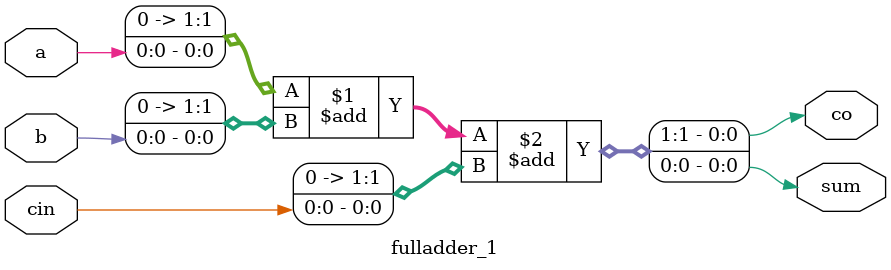
<source format=v>
module fulladder_1
  (
    input wire a,b,cin,
    output wire sum,co
  );
  assign {co,sum}= {1'b0, a}+{1'b0, b}+{1'b0, cin};
endmodule
</source>
